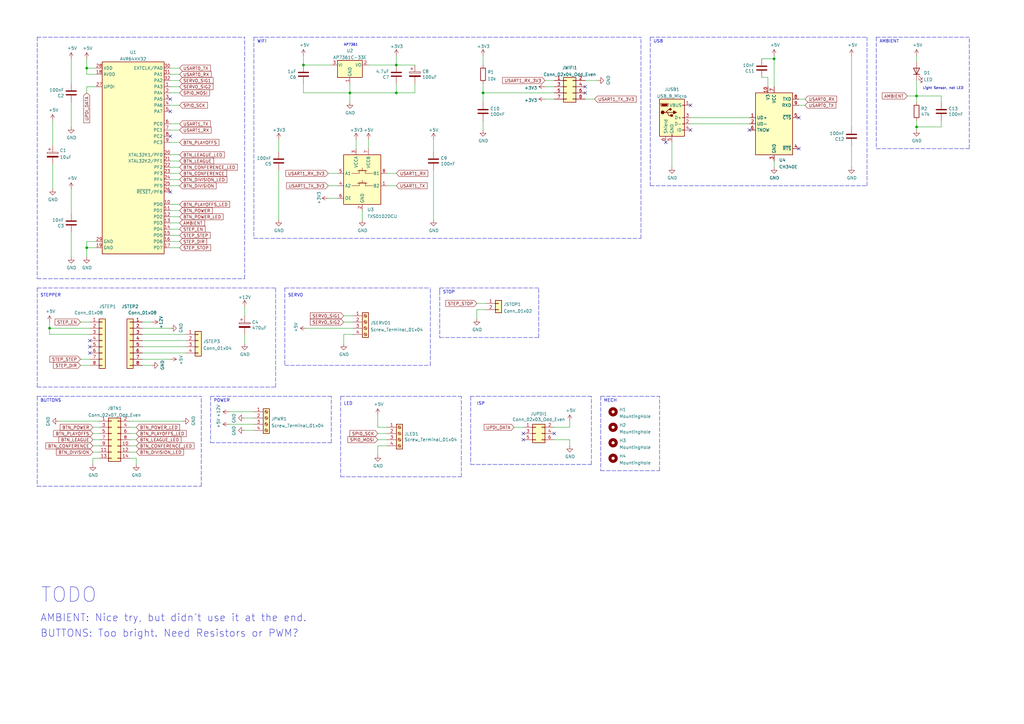
<source format=kicad_sch>
(kicad_sch (version 20211123) (generator eeschema)
  (paper "A3")
  (lib_symbols
    (symbol "Connector:Screw_Terminal_01x04" (pin_names (offset 1.016) hide)
      (property "Reference" "J" (at 0 5.08 0))
      (property "Value" "Screw_Terminal_01x04" (at 0 -7.62 0))
      (symbol "Screw_Terminal_01x04_1_1"
        (pin passive line (at -5.08 2.54 0) (length 3.81) (name "Pin_1") (number "1"))
        (pin passive line (at -5.08 0 0) (length 3.81) (name "Pin_2") (number "2"))
        (pin passive line (at -5.08 -2.54 0) (length 3.81) (name "Pin_3") (number "3"))
        (pin passive line (at -5.08 -5.08 0) (length 3.81) (name "Pin_4") (number "4"))
      )
    )
    (symbol "Connector:USB_B_Micro" (pin_names (offset 1.016))
      (property "Reference" "J" (at -5.08 11.43 0))
      (property "Value" "USB_B_Micro" (at -5.08 8.89 0))
      (symbol "USB_B_Micro_1_1"
        (pin power_out line (at 7.62 5.08 180) (length 2.54) (name "VBUS") (number "1"))
        (pin bidirectional line (at 7.62 -2.54 180) (length 2.54) (name "D-") (number "2"))
        (pin bidirectional line (at 7.62 0 180) (length 2.54) (name "D+") (number "3"))
        (pin passive line (at 7.62 -5.08 180) (length 2.54) (name "ID") (number "4"))
        (pin power_out line (at 0 -10.16 90) (length 2.54) (name "GND") (number "5"))
        (pin passive line (at -2.54 -10.16 90) (length 2.54) (name "Shield") (number "6"))
      )
    )
    (symbol "Connector_Generic:Conn_01x02" (pin_names (offset 1.016) hide)
      (property "Reference" "J" (at 0 2.54 0))
      (property "Value" "Conn_01x02" (at 0 -5.08 0))
      (symbol "Conn_01x02_1_1"
        (pin passive line (at -5.08 0 0) (length 3.81) (name "Pin_1") (number "1"))
        (pin passive line (at -5.08 -2.54 0) (length 3.81) (name "Pin_2") (number "2"))
      )
    )
    (symbol "Connector_Generic:Conn_01x04" (pin_names (offset 1.016) hide)
      (property "Reference" "J" (at 0 5.08 0))
      (property "Value" "Conn_01x04" (at 0 -7.62 0))
      (symbol "Conn_01x04_1_1"
        (pin passive line (at -5.08 2.54 0) (length 3.81) (name "Pin_1") (number "1"))
        (pin passive line (at -5.08 0 0) (length 3.81) (name "Pin_2") (number "2"))
        (pin passive line (at -5.08 -2.54 0) (length 3.81) (name "Pin_3") (number "3"))
        (pin passive line (at -5.08 -5.08 0) (length 3.81) (name "Pin_4") (number "4"))
      )
    )
    (symbol "Connector_Generic:Conn_01x08" (pin_names (offset 1.016) hide)
      (property "Reference" "J" (at 0 10.16 0))
      (property "Value" "Conn_01x08" (at 0 -12.7 0))
      (symbol "Conn_01x08_1_1"
        (pin passive line (at -5.08 7.62 0) (length 3.81) (name "Pin_1") (number "1"))
        (pin passive line (at -5.08 5.08 0) (length 3.81) (name "Pin_2") (number "2"))
        (pin passive line (at -5.08 2.54 0) (length 3.81) (name "Pin_3") (number "3"))
        (pin passive line (at -5.08 0 0) (length 3.81) (name "Pin_4") (number "4"))
        (pin passive line (at -5.08 -2.54 0) (length 3.81) (name "Pin_5") (number "5"))
        (pin passive line (at -5.08 -5.08 0) (length 3.81) (name "Pin_6") (number "6"))
        (pin passive line (at -5.08 -7.62 0) (length 3.81) (name "Pin_7") (number "7"))
        (pin passive line (at -5.08 -10.16 0) (length 3.81) (name "Pin_8") (number "8"))
      )
    )
    (symbol "Connector_Generic:Conn_02x03_Odd_Even" (pin_names (offset 1.016) hide)
      (property "Reference" "J" (at 1.27 5.08 0))
      (property "Value" "Conn_02x03_Odd_Even" (at 1.27 -5.08 0))
      (symbol "Conn_02x03_Odd_Even_1_1"
        (pin passive line (at -5.08 2.54 0) (length 3.81) (name "Pin_1") (number "1"))
        (pin passive line (at 7.62 2.54 180) (length 3.81) (name "Pin_2") (number "2"))
        (pin passive line (at -5.08 0 0) (length 3.81) (name "Pin_3") (number "3"))
        (pin passive line (at 7.62 0 180) (length 3.81) (name "Pin_4") (number "4"))
        (pin passive line (at -5.08 -2.54 0) (length 3.81) (name "Pin_5") (number "5"))
        (pin passive line (at 7.62 -2.54 180) (length 3.81) (name "Pin_6") (number "6"))
      )
    )
    (symbol "Connector_Generic:Conn_02x04_Odd_Even" (pin_names (offset 1.016) hide)
      (property "Reference" "J" (at 1.27 5.08 0))
      (property "Value" "Conn_02x04_Odd_Even" (at 1.27 -7.62 0))
      (symbol "Conn_02x04_Odd_Even_1_1"
        (pin passive line (at -5.08 2.54 0) (length 3.81) (name "Pin_1") (number "1"))
        (pin passive line (at 7.62 2.54 180) (length 3.81) (name "Pin_2") (number "2"))
        (pin passive line (at -5.08 0 0) (length 3.81) (name "Pin_3") (number "3"))
        (pin passive line (at 7.62 0 180) (length 3.81) (name "Pin_4") (number "4"))
        (pin passive line (at -5.08 -2.54 0) (length 3.81) (name "Pin_5") (number "5"))
        (pin passive line (at 7.62 -2.54 180) (length 3.81) (name "Pin_6") (number "6"))
        (pin passive line (at -5.08 -5.08 0) (length 3.81) (name "Pin_7") (number "7"))
        (pin passive line (at 7.62 -5.08 180) (length 3.81) (name "Pin_8") (number "8"))
      )
    )
    (symbol "Connector_Generic:Conn_02x07_Odd_Even" (pin_names (offset 1.016) hide)
      (property "Reference" "J" (at 1.27 10.16 0))
      (property "Value" "Conn_02x07_Odd_Even" (at 1.27 -10.16 0))
      (symbol "Conn_02x07_Odd_Even_1_1"
        (pin passive line (at -5.08 7.62 0) (length 3.81) (name "Pin_1") (number "1"))
        (pin passive line (at 7.62 -2.54 180) (length 3.81) (name "Pin_10") (number "10"))
        (pin passive line (at -5.08 -5.08 0) (length 3.81) (name "Pin_11") (number "11"))
        (pin passive line (at 7.62 -5.08 180) (length 3.81) (name "Pin_12") (number "12"))
        (pin passive line (at -5.08 -7.62 0) (length 3.81) (name "Pin_13") (number "13"))
        (pin passive line (at 7.62 -7.62 180) (length 3.81) (name "Pin_14") (number "14"))
        (pin passive line (at 7.62 7.62 180) (length 3.81) (name "Pin_2") (number "2"))
        (pin passive line (at -5.08 5.08 0) (length 3.81) (name "Pin_3") (number "3"))
        (pin passive line (at 7.62 5.08 180) (length 3.81) (name "Pin_4") (number "4"))
        (pin passive line (at -5.08 2.54 0) (length 3.81) (name "Pin_5") (number "5"))
        (pin passive line (at 7.62 2.54 180) (length 3.81) (name "Pin_6") (number "6"))
        (pin passive line (at -5.08 0 0) (length 3.81) (name "Pin_7") (number "7"))
        (pin passive line (at 7.62 0 180) (length 3.81) (name "Pin_8") (number "8"))
        (pin passive line (at -5.08 -2.54 0) (length 3.81) (name "Pin_9") (number "9"))
      )
    )
    (symbol "Device:C" (pin_numbers hide) (pin_names (offset 0.254))
      (property "Reference" "C" (at 0.635 2.54 0))
      (property "Value" "C" (at 0.635 -2.54 0))
      (symbol "C_1_1"
        (pin passive line (at 0 3.81 270) (length 2.794) (name "~") (number "1"))
        (pin passive line (at 0 -3.81 90) (length 2.794) (name "~") (number "2"))
      )
    )
    (symbol "Device:CP" (pin_numbers hide) (pin_names (offset 0.254))
      (property "Reference" "C" (at 0.635 2.54 0))
      (property "Value" "Device_CP" (at 0.635 -2.54 0))
      (symbol "CP_1_1"
        (pin passive line (at 0 3.81 270) (length 2.794) (name "~") (number "1"))
        (pin passive line (at 0 -3.81 90) (length 2.794) (name "~") (number "2"))
      )
    )
    (symbol "Device:C_Polarized" (pin_numbers hide) (pin_names (offset 0.254))
      (property "Reference" "C" (at 0.635 2.54 0))
      (property "Value" "C_Polarized" (at 0.635 -2.54 0))
      (symbol "C_Polarized_1_1"
        (pin passive line (at 0 3.81 270) (length 2.794) (name "~") (number "1"))
        (pin passive line (at 0 -3.81 90) (length 2.794) (name "~") (number "2"))
      )
    )
    (symbol "Device:LED" (pin_numbers hide) (pin_names (offset 1.016) hide)
      (property "Reference" "D" (at 0 2.54 0))
      (property "Value" "LED" (at 0 -2.54 0))
      (symbol "LED_1_1"
        (pin passive line (at -3.81 0 0) (length 2.54) (name "K") (number "1"))
        (pin passive line (at 3.81 0 180) (length 2.54) (name "A") (number "2"))
      )
    )
    (symbol "Device:R" (pin_numbers hide) (pin_names (offset 0))
      (property "Reference" "R" (at 2.032 0 90))
      (property "Value" "R" (at 0 0 90))
      (symbol "R_1_1"
        (pin passive line (at 0 3.81 270) (length 1.27) (name "~") (number "1"))
        (pin passive line (at 0 -3.81 90) (length 1.27) (name "~") (number "2"))
      )
    )
    (symbol "Interface_USB:CH340E"
      (property "Reference" "U" (at -5.08 13.97 0))
      (property "Value" "CH340E" (at 1.27 13.97 0))
      (symbol "CH340E_1_1"
        (pin bidirectional line (at -10.16 2.54 0) (length 2.54) (name "UD+") (number "1"))
        (pin passive line (at -2.54 15.24 270) (length 2.54) (name "V3") (number "10"))
        (pin bidirectional line (at -10.16 0 0) (length 2.54) (name "UD-") (number "2"))
        (pin power_in line (at 0 -15.24 90) (length 2.54) (name "GND") (number "3"))
        (pin output line (at 10.16 -10.16 180) (length 2.54) (name "~{RTS}") (number "4"))
        (pin input line (at 10.16 2.54 180) (length 2.54) (name "~{CTS}") (number "5"))
        (pin output line (at -10.16 -2.54 0) (length 2.54) (name "TNOW") (number "6"))
        (pin power_in line (at 0 15.24 270) (length 2.54) (name "VCC") (number "7"))
        (pin output line (at 10.16 10.16 180) (length 2.54) (name "TXD") (number "8"))
        (pin input line (at 10.16 7.62 180) (length 2.54) (name "RXD") (number "9"))
      )
    )
    (symbol "Logic_LevelTranslator:TXS0102DCU"
      (property "Reference" "U" (at -6.35 11.43 0))
      (property "Value" "TXS0102DCU" (at 3.81 11.43 0))
      (symbol "TXS0102DCU_1_1"
        (pin bidirectional line (at 10.16 -2.54 180) (length 2.54) (name "B2") (number "1"))
        (pin power_in line (at 0 -12.7 90) (length 2.54) (name "GND") (number "2"))
        (pin power_in line (at -2.54 12.7 270) (length 2.54) (name "VCCA") (number "3"))
        (pin bidirectional line (at -10.16 -2.54 0) (length 2.54) (name "A2") (number "4"))
        (pin bidirectional line (at -10.16 2.54 0) (length 2.54) (name "A1") (number "5"))
        (pin input line (at -10.16 -7.62 0) (length 2.54) (name "OE") (number "6"))
        (pin power_in line (at 2.54 12.7 270) (length 2.54) (name "VCCB") (number "7"))
        (pin bidirectional line (at 10.16 2.54 180) (length 2.54) (name "B1") (number "8"))
      )
    )
    (symbol "Mechanical:MountingHole" (pin_names (offset 1.016))
      (property "Reference" "H" (at 0 5.08 0))
      (property "Value" "MountingHole" (at 0 3.175 0))
    )
    (symbol "Regulator_Linear:AMS1117-3.3" (pin_names (offset 0.254))
      (property "Reference" "U" (at -3.81 3.175 0))
      (property "Value" "AMS1117-3.3" (at 0 3.175 0))
      (symbol "AMS1117-3.3_1_1"
        (pin power_in line (at 0 -7.62 90) (length 2.54) (name "GND") (number "1"))
        (pin power_out line (at 7.62 0 180) (length 2.54) (name "VO") (number "2"))
        (pin power_in line (at -7.62 0 0) (length 2.54) (name "VI") (number "3"))
      )
    )
    (symbol "kiu:AVR64XX32"
      (property "Reference" "U" (at -12.7 -19.05 0))
      (property "Value" "AVR64XX32" (at 7.62 -19.05 0))
      (symbol "AVR64XX32_1_1"
        (pin bidirectional line (at 15.24 -30.48 180) (length 2.54) (name "PA3") (number "1"))
        (pin bidirectional line (at 15.24 -78.74 180) (length 2.54) (name "PD0") (number "10"))
        (pin bidirectional line (at 15.24 -81.28 180) (length 2.54) (name "PD1") (number "11"))
        (pin bidirectional line (at 15.24 -83.82 180) (length 2.54) (name "PD2") (number "12"))
        (pin bidirectional line (at 15.24 -86.36 180) (length 2.54) (name "PD3") (number "13"))
        (pin bidirectional line (at 15.24 -88.9 180) (length 2.54) (name "PD4") (number "14"))
        (pin bidirectional line (at 15.24 -91.44 180) (length 2.54) (name "PD5") (number "15"))
        (pin bidirectional line (at 15.24 -93.98 180) (length 2.54) (name "PD6") (number "16"))
        (pin bidirectional line (at 15.24 -96.52 180) (length 2.54) (name "PD7") (number "17"))
        (pin power_in line (at -15.24 -25.4 0) (length 2.54) (name "AVDD") (number "18"))
        (pin power_in line (at -15.24 -96.52 0) (length 2.54) (name "GND") (number "19"))
        (pin bidirectional line (at 15.24 -33.02 180) (length 2.54) (name "PA4") (number "2"))
        (pin bidirectional line (at 15.24 -58.42 180) (length 2.54) (name "XTAL32K1/PF0") (number "20"))
        (pin bidirectional line (at 15.24 -60.96 180) (length 2.54) (name "XTAL32K2/PF1") (number "21"))
        (pin bidirectional line (at 15.24 -63.5 180) (length 2.54) (name "PF2") (number "22"))
        (pin bidirectional line (at 15.24 -66.04 180) (length 2.54) (name "PF3") (number "23"))
        (pin bidirectional line (at 15.24 -68.58 180) (length 2.54) (name "PF4") (number "24"))
        (pin bidirectional line (at 15.24 -71.12 180) (length 2.54) (name "PF5") (number "25"))
        (pin input line (at 15.24 -73.66 180) (length 2.54) (name "~{RESET}/PF6") (number "26"))
        (pin bidirectional line (at -15.24 -30.48 0) (length 2.54) (name "UPDI") (number "27"))
        (pin power_in line (at -15.24 -22.86 0) (length 2.54) (name "VDD") (number "28"))
        (pin power_in line (at -15.24 -93.98 0) (length 2.54) (name "GND") (number "29"))
        (pin bidirectional line (at 15.24 -35.56 180) (length 2.54) (name "PA5") (number "3"))
        (pin bidirectional line (at 15.24 -22.86 180) (length 2.54) (name "EXTCLK/PA0") (number "30"))
        (pin bidirectional line (at 15.24 -25.4 180) (length 2.54) (name "PA1") (number "31"))
        (pin bidirectional line (at 15.24 -27.94 180) (length 2.54) (name "PA2") (number "32"))
        (pin bidirectional line (at 15.24 -38.1 180) (length 2.54) (name "PA6") (number "4"))
        (pin bidirectional line (at 15.24 -40.64 180) (length 2.54) (name "PA7") (number "5"))
        (pin bidirectional line (at 15.24 -45.72 180) (length 2.54) (name "PC0") (number "6"))
        (pin bidirectional line (at 15.24 -48.26 180) (length 2.54) (name "PC1") (number "7"))
        (pin bidirectional line (at 15.24 -50.8 180) (length 2.54) (name "PC2") (number "8"))
        (pin bidirectional line (at 15.24 -53.34 180) (length 2.54) (name "PC3") (number "9"))
      )
    )
    (symbol "power:+12V" (power) (pin_names (offset 0))
      (property "Value" "+12V" (at 0 3.556 0))
      (symbol "+12V_1_1"
        (pin power_in line (at 0 0 90) (length 0) hide (name "+12V") (number "1"))
      )
    )
    (symbol "power:+3V3" (power) (pin_names (offset 0))
      (property "Value" "+3V3" (at 0 3.556 0))
      (symbol "+3V3_1_1"
        (pin power_in line (at 0 0 90) (length 0) hide (name "+3V3") (number "1"))
      )
    )
    (symbol "power:+5V" (power) (pin_names (offset 0))
      (property "Value" "+5V" (at 0 3.556 0))
      (symbol "+5V_1_1"
        (pin power_in line (at 0 0 90) (length 0) hide (name "+5V") (number "1"))
      )
    )
    (symbol "power:GND" (power) (pin_names (offset 0))
      (property "Value" "GND" (at 0 -3.81 0))
      (symbol "GND_1_1"
        (pin power_in line (at 0 0 270) (length 0) hide (name "GND") (number "1"))
      )
    )
  )
  (junction (at 162.56 38.1))
  (junction (at 162.56 26.67))
  (junction (at 375.92 52.07))
  (junction (at 198.12 38.1))
  (junction (at 20.32 134.62))
  (junction (at 35.56 101.6))
  (junction (at 375.92 39.37))
  (junction (at 124.46 26.67))
  (junction (at 143.51 38.1))
  (junction (at 317.5 24.13))
  (junction (at 35.56 27.94))
  (no_connect (at 69.85 45.72))
  (no_connect (at 69.85 40.64))
  (no_connect (at 273.05 58.42))
  (no_connect (at 69.85 55.88))
  (no_connect (at 240.03 38.1))
  (no_connect (at 240.03 35.56))
  (no_connect (at 327.66 60.96))
  (no_connect (at 227.33 177.8))
  (no_connect (at 327.66 48.26))
  (no_connect (at 69.85 78.74))
  (no_connect (at 307.34 53.34))
  (no_connect (at 283.21 53.34))
  (no_connect (at 214.63 180.34))
  (no_connect (at 283.21 43.18))
  (no_connect (at 36.83 139.7))
  (no_connect (at 214.63 177.8))
  (no_connect (at 36.83 142.24))
  (no_connect (at 36.83 144.78))
  (wire (pts (xy 158.75 177.8) (xy 154.94 177.8)))
  (polyline (pts (xy 104.14 15.24) (xy 104.14 97.79)))
  (wire (pts (xy 198.12 38.1) (xy 198.12 41.91)))
  (wire (pts (xy 124.46 34.29) (xy 124.46 38.1)))
  (polyline (pts (xy 104.14 97.79) (xy 262.89 97.79)))
  (wire (pts (xy 53.34 187.96) (xy 55.88 187.96)))
  (wire (pts (xy 69.85 66.04) (xy 73.66 66.04)))
  (wire (pts (xy 33.02 147.32) (xy 36.83 147.32)))
  (polyline (pts (xy 193.04 162.56) (xy 193.04 190.5)))
  (polyline (pts (xy 359.41 60.96) (xy 397.51 60.96)))
  (wire (pts (xy 144.78 137.16) (xy 140.97 137.16)))
  (wire (pts (xy 69.85 83.82) (xy 73.66 83.82)))
  (wire (pts (xy 275.59 58.42) (xy 275.59 68.58)))
  (wire (pts (xy 35.56 105.41) (xy 35.56 101.6)))
  (polyline (pts (xy 220.98 118.11) (xy 180.34 118.11)))
  (wire (pts (xy 158.75 180.34) (xy 154.94 180.34)))
  (polyline (pts (xy 15.24 118.11) (xy 113.03 118.11)))
  (wire (pts (xy 69.85 86.36) (xy 73.66 86.36)))
  (wire (pts (xy 195.58 130.81) (xy 195.58 127)))
  (wire (pts (xy 170.18 38.1) (xy 162.56 38.1)))
  (wire (pts (xy 33.02 149.86) (xy 36.83 149.86)))
  (wire (pts (xy 53.34 185.42) (xy 55.88 185.42)))
  (wire (pts (xy 69.85 63.5) (xy 73.66 63.5)))
  (wire (pts (xy 38.1 185.42) (xy 40.64 185.42)))
  (wire (pts (xy 21.59 49.53) (xy 21.59 59.69)))
  (wire (pts (xy 20.32 137.16) (xy 36.83 137.16)))
  (wire (pts (xy 69.85 38.1) (xy 73.66 38.1)))
  (wire (pts (xy 134.62 76.2) (xy 138.43 76.2)))
  (wire (pts (xy 375.92 33.02) (xy 375.92 39.37)))
  (wire (pts (xy 35.56 38.1) (xy 35.56 35.56)))
  (wire (pts (xy 134.62 81.28) (xy 138.43 81.28)))
  (wire (pts (xy 214.63 175.26) (xy 210.82 175.26)))
  (wire (pts (xy 100.33 176.53) (xy 104.14 176.53)))
  (wire (pts (xy 349.25 22.86) (xy 349.25 52.07)))
  (wire (pts (xy 21.59 67.31) (xy 21.59 77.47)))
  (wire (pts (xy 312.42 24.13) (xy 317.5 24.13)))
  (wire (pts (xy 69.85 30.48) (xy 73.66 30.48)))
  (wire (pts (xy 53.34 175.26) (xy 55.88 175.26)))
  (polyline (pts (xy 113.03 158.75) (xy 113.03 118.11)))
  (wire (pts (xy 35.56 27.94) (xy 39.37 27.94)))
  (wire (pts (xy 143.51 38.1) (xy 143.51 41.91)))
  (wire (pts (xy 154.94 182.88) (xy 154.94 186.69)))
  (polyline (pts (xy 246.38 193.04) (xy 270.51 193.04)))
  (wire (pts (xy 158.75 76.2) (xy 162.56 76.2)))
  (wire (pts (xy 29.21 41.91) (xy 29.21 52.07)))
  (polyline (pts (xy 86.36 162.56) (xy 86.36 181.61)))
  (wire (pts (xy 38.1 187.96) (xy 38.1 190.5)))
  (polyline (pts (xy 15.24 162.56) (xy 82.55 162.56)))
  (wire (pts (xy 53.34 180.34) (xy 55.88 180.34)))
  (wire (pts (xy 20.32 134.62) (xy 20.32 132.08)))
  (wire (pts (xy 146.05 57.15) (xy 146.05 60.96)))
  (wire (pts (xy 151.13 57.15) (xy 151.13 60.96)))
  (polyline (pts (xy 116.84 149.86) (xy 176.53 149.86)))
  (wire (pts (xy 69.85 43.18) (xy 73.66 43.18)))
  (wire (pts (xy 283.21 48.26) (xy 307.34 48.26)))
  (wire (pts (xy 38.1 187.96) (xy 40.64 187.96)))
  (polyline (pts (xy 266.7 15.24) (xy 266.7 76.2)))
  (wire (pts (xy 124.46 26.67) (xy 135.89 26.67)))
  (wire (pts (xy 327.66 43.18) (xy 330.2 43.18)))
  (polyline (pts (xy 220.98 138.43) (xy 220.98 118.11)))
  (wire (pts (xy 69.85 88.9) (xy 73.66 88.9)))
  (wire (pts (xy 35.56 30.48) (xy 39.37 30.48)))
  (wire (pts (xy 162.56 22.86) (xy 162.56 26.67)))
  (wire (pts (xy 53.34 172.72) (xy 74.93 172.72)))
  (wire (pts (xy 33.02 132.08) (xy 36.83 132.08)))
  (wire (pts (xy 24.13 172.72) (xy 40.64 172.72)))
  (polyline (pts (xy 193.04 162.56) (xy 193.04 162.56)))
  (wire (pts (xy 327.66 40.64) (xy 330.2 40.64)))
  (wire (pts (xy 53.34 177.8) (xy 55.88 177.8)))
  (polyline (pts (xy 262.89 97.79) (xy 262.89 15.24)))
  (polyline (pts (xy 242.57 162.56) (xy 193.04 162.56)))
  (polyline (pts (xy 15.24 15.24) (xy 100.33 15.24)))
  (wire (pts (xy 100.33 129.54) (xy 100.33 125.73)))
  (wire (pts (xy 38.1 177.8) (xy 40.64 177.8)))
  (wire (pts (xy 35.56 99.06) (xy 35.56 101.6)))
  (wire (pts (xy 195.58 127) (xy 199.39 127)))
  (wire (pts (xy 240.03 33.02) (xy 245.11 33.02)))
  (wire (pts (xy 233.68 175.26) (xy 233.68 172.72)))
  (wire (pts (xy 158.75 175.26) (xy 154.94 175.26)))
  (wire (pts (xy 223.52 33.02) (xy 227.33 33.02)))
  (wire (pts (xy 140.97 129.54) (xy 144.78 129.54)))
  (wire (pts (xy 29.21 77.47) (xy 29.21 87.63)))
  (wire (pts (xy 20.32 134.62) (xy 36.83 134.62)))
  (wire (pts (xy 100.33 171.45) (xy 104.14 171.45)))
  (polyline (pts (xy 189.23 195.58) (xy 189.23 162.56)))
  (wire (pts (xy 69.85 76.2) (xy 73.66 76.2)))
  (wire (pts (xy 317.5 24.13) (xy 317.5 35.56)))
  (wire (pts (xy 375.92 52.07) (xy 386.08 52.07)))
  (polyline (pts (xy 82.55 199.39) (xy 82.55 162.56)))
  (wire (pts (xy 134.62 71.12) (xy 138.43 71.12)))
  (wire (pts (xy 158.75 71.12) (xy 162.56 71.12)))
  (wire (pts (xy 69.85 91.44) (xy 73.66 91.44)))
  (wire (pts (xy 143.51 38.1) (xy 162.56 38.1)))
  (wire (pts (xy 317.5 22.86) (xy 317.5 24.13)))
  (wire (pts (xy 69.85 58.42) (xy 73.66 58.42)))
  (wire (pts (xy 69.85 33.02) (xy 73.66 33.02)))
  (polyline (pts (xy 176.53 149.86) (xy 176.53 118.11)))
  (wire (pts (xy 35.56 101.6) (xy 39.37 101.6)))
  (wire (pts (xy 198.12 49.53) (xy 198.12 53.34)))
  (wire (pts (xy 154.94 170.18) (xy 154.94 175.26)))
  (wire (pts (xy 58.42 147.32) (xy 69.85 147.32)))
  (polyline (pts (xy 15.24 199.39) (xy 82.55 199.39)))
  (polyline (pts (xy 266.7 76.2) (xy 355.6 76.2)))
  (wire (pts (xy 69.85 68.58) (xy 73.66 68.58)))
  (wire (pts (xy 386.08 52.07) (xy 386.08 49.53)))
  (wire (pts (xy 227.33 175.26) (xy 233.68 175.26)))
  (wire (pts (xy 198.12 38.1) (xy 227.33 38.1)))
  (wire (pts (xy 93.98 173.99) (xy 104.14 173.99)))
  (wire (pts (xy 170.18 34.29) (xy 170.18 38.1)))
  (wire (pts (xy 69.85 53.34) (xy 73.66 53.34)))
  (wire (pts (xy 177.8 69.85) (xy 177.8 90.17)))
  (wire (pts (xy 177.8 57.15) (xy 177.8 62.23)))
  (polyline (pts (xy 15.24 118.11) (xy 15.24 158.75)))
  (wire (pts (xy 38.1 180.34) (xy 40.64 180.34)))
  (wire (pts (xy 125.73 134.62) (xy 144.78 134.62)))
  (wire (pts (xy 375.92 52.07) (xy 375.92 49.53)))
  (wire (pts (xy 158.75 182.88) (xy 154.94 182.88)))
  (wire (pts (xy 375.92 41.91) (xy 375.92 39.37)))
  (wire (pts (xy 151.13 26.67) (xy 162.56 26.67)))
  (wire (pts (xy 375.92 22.86) (xy 375.92 25.4)))
  (wire (pts (xy 386.08 41.91) (xy 386.08 39.37)))
  (wire (pts (xy 93.98 168.91) (xy 104.14 168.91)))
  (wire (pts (xy 53.34 182.88) (xy 55.88 182.88)))
  (polyline (pts (xy 86.36 162.56) (xy 135.89 162.56)))
  (polyline (pts (xy 139.7 195.58) (xy 189.23 195.58)))
  (polyline (pts (xy 15.24 15.24) (xy 15.24 114.3)))
  (wire (pts (xy 58.42 149.86) (xy 62.23 149.86)))
  (wire (pts (xy 198.12 22.86) (xy 198.12 26.67)))
  (wire (pts (xy 100.33 140.97) (xy 100.33 137.16)))
  (wire (pts (xy 20.32 137.16) (xy 20.32 134.62)))
  (wire (pts (xy 140.97 132.08) (xy 144.78 132.08)))
  (wire (pts (xy 386.08 39.37) (xy 375.92 39.37)))
  (polyline (pts (xy 180.34 118.11) (xy 180.34 119.38)))
  (polyline (pts (xy 104.14 15.24) (xy 262.89 15.24)))
  (polyline (pts (xy 15.24 114.3) (xy 100.33 114.3)))
  (polyline (pts (xy 135.89 181.61) (xy 135.89 162.56)))
  (wire (pts (xy 69.85 35.56) (xy 73.66 35.56)))
  (wire (pts (xy 35.56 24.13) (xy 35.56 27.94)))
  (wire (pts (xy 69.85 50.8) (xy 73.66 50.8)))
  (wire (pts (xy 375.92 39.37) (xy 372.11 39.37)))
  (polyline (pts (xy 116.84 118.11) (xy 176.53 118.11)))
  (wire (pts (xy 233.68 180.34) (xy 233.68 182.88)))
  (wire (pts (xy 69.85 93.98) (xy 73.66 93.98)))
  (wire (pts (xy 317.5 66.04) (xy 317.5 68.58)))
  (polyline (pts (xy 359.41 15.24) (xy 359.41 60.96)))
  (wire (pts (xy 198.12 38.1) (xy 198.12 34.29)))
  (wire (pts (xy 375.92 53.34) (xy 375.92 52.07)))
  (wire (pts (xy 69.85 73.66) (xy 73.66 73.66)))
  (polyline (pts (xy 180.34 119.38) (xy 180.34 138.43)))
  (wire (pts (xy 29.21 95.25) (xy 29.21 105.41)))
  (wire (pts (xy 148.59 86.36) (xy 148.59 90.17)))
  (polyline (pts (xy 86.36 181.61) (xy 135.89 181.61)))
  (wire (pts (xy 195.58 124.46) (xy 199.39 124.46)))
  (wire (pts (xy 69.85 71.12) (xy 73.66 71.12)))
  (polyline (pts (xy 100.33 114.3) (xy 100.33 15.24)))
  (wire (pts (xy 223.52 35.56) (xy 227.33 35.56)))
  (wire (pts (xy 227.33 180.34) (xy 233.68 180.34)))
  (wire (pts (xy 58.42 137.16) (xy 76.2 137.16)))
  (polyline (pts (xy 139.7 162.56) (xy 189.23 162.56)))
  (wire (pts (xy 35.56 35.56) (xy 39.37 35.56)))
  (polyline (pts (xy 193.04 190.5) (xy 242.57 190.5)))
  (wire (pts (xy 162.56 26.67) (xy 170.18 26.67)))
  (polyline (pts (xy 15.24 158.75) (xy 113.03 158.75)))
  (wire (pts (xy 38.1 182.88) (xy 40.64 182.88)))
  (wire (pts (xy 223.52 40.64) (xy 227.33 40.64)))
  (wire (pts (xy 35.56 27.94) (xy 35.56 30.48)))
  (polyline (pts (xy 139.7 162.56) (xy 139.7 195.58)))
  (polyline (pts (xy 180.34 138.43) (xy 220.98 138.43)))
  (polyline (pts (xy 397.51 60.96) (xy 397.51 15.24)))
  (wire (pts (xy 143.51 34.29) (xy 143.51 38.1)))
  (wire (pts (xy 39.37 99.06) (xy 35.56 99.06)))
  (wire (pts (xy 58.42 144.78) (xy 76.2 144.78)))
  (wire (pts (xy 140.97 137.16) (xy 140.97 140.97)))
  (wire (pts (xy 114.3 57.15) (xy 114.3 62.23)))
  (wire (pts (xy 314.96 31.75) (xy 312.42 31.75)))
  (polyline (pts (xy 266.7 15.24) (xy 355.6 15.24)))
  (wire (pts (xy 62.23 132.08) (xy 58.42 132.08)))
  (polyline (pts (xy 246.38 162.56) (xy 270.51 162.56)))
  (polyline (pts (xy 270.51 193.04) (xy 270.51 162.56)))
  (wire (pts (xy 58.42 134.62) (xy 69.85 134.62)))
  (wire (pts (xy 162.56 38.1) (xy 162.56 34.29)))
  (polyline (pts (xy 359.41 15.24) (xy 397.51 15.24)))
  (wire (pts (xy 58.42 139.7) (xy 76.2 139.7)))
  (wire (pts (xy 69.85 96.52) (xy 73.66 96.52)))
  (wire (pts (xy 314.96 31.75) (xy 314.96 35.56)))
  (wire (pts (xy 124.46 22.86) (xy 124.46 26.67)))
  (wire (pts (xy 69.85 27.94) (xy 73.66 27.94)))
  (wire (pts (xy 240.03 40.64) (xy 243.84 40.64)))
  (polyline (pts (xy 242.57 190.5) (xy 242.57 162.56)))
  (wire (pts (xy 58.42 142.24) (xy 76.2 142.24)))
  (wire (pts (xy 69.85 101.6) (xy 73.66 101.6)))
  (polyline (pts (xy 246.38 162.56) (xy 246.38 193.04)))
  (polyline (pts (xy 15.24 162.56) (xy 15.24 199.39)))
  (polyline (pts (xy 355.6 76.2) (xy 355.6 15.24)))
  (wire (pts (xy 283.21 50.8) (xy 307.34 50.8)))
  (wire (pts (xy 29.21 24.13) (xy 29.21 34.29)))
  (wire (pts (xy 124.46 38.1) (xy 143.51 38.1)))
  (wire (pts (xy 55.88 187.96) (xy 55.88 190.5)))
  (polyline (pts (xy 116.84 118.11) (xy 116.84 149.86)))
  (wire (pts (xy 38.1 175.26) (xy 40.64 175.26)))
  (wire (pts (xy 69.85 99.06) (xy 73.66 99.06)))
  (wire (pts (xy 114.3 69.85) (xy 114.3 90.17)))
  (wire (pts (xy 349.25 59.69) (xy 349.25 68.58)))
  (text "TODO" (at 16.51 247.65 0) (effects (font (size 6 6)) (justify left bottom)))
  (text "USB" (at 267.97 17.78 0) (effects (font (size 1.27 1.27)) (justify left bottom)))
  (text "AMBIENT" (at 360.68 17.78 0) (effects (font (size 1.27 1.27)) (justify left bottom)))
  (text "LED" (at 140.97 166.37 0) (effects (font (size 1.27 1.27)) (justify left bottom)))
  (text "BUTTONS" (at 16.51 165.1 0) (effects (font (size 1.27 1.27)) (justify left bottom)))
  (text "STOP" (at 181.61 120.65 0) (effects (font (size 1.27 1.27)) (justify left bottom)))
  (text "WIFI" (at 105.41 17.78 0) (effects (font (size 1.27 1.27)) (justify left bottom)))
  (text "POWER" (at 87.63 165.1 0) (effects (font (size 1.27 1.27)) (justify left bottom)))
  (text "MECH" (at 247.65 165.1 0) (effects (font (size 1.27 1.27)) (justify left bottom)))
  (text "ISP" (at 195.58 166.37 0) (effects (font (size 1.27 1.27)) (justify left bottom)))
  (text "AP7361" (at 140.97 19.05 0) (effects (font (size 1 1)) (justify left bottom)))
  (text "STEPPER" (at 16.51 121.92 0) (effects (font (size 1.27 1.27)) (justify left bottom)))
  (text "AMBIENT: Nice try, but didn't use it at the end." (at 16.51 255.27 0) (effects (font (size 3 3)) (justify left bottom)))
  (text "SERVO" (at 118.11 121.92 0) (effects (font (size 1.27 1.27)) (justify left bottom)))
  (text "Light Sensor, not LED" (at 378.46 36.83 0) (effects (font (size 1 1)) (justify left bottom)))
  (text "BUTTONS: Too bright. Need Resistors or PWM?" (at 16.51 261.62 0) (effects (font (size 3 3)) (justify left bottom)))
  (global_label "BTN_DIVISION_LED" (shape input) (at 55.88 185.42 0) (property "Intersheet References" "${INTERSHEET_REFS}" (effects hide)))
  (global_label "BTN_PLAYOFFS" (shape input) (at 73.66 58.42 0) (property "Intersheet References" "${INTERSHEET_REFS}" (effects hide)))
  (global_label "BTN_DIVISION" (shape input) (at 38.1 185.42 180) (property "Intersheet References" "${INTERSHEET_REFS}" (effects hide)))
  (global_label "USART0_RX" (shape input) (at 330.2 40.64 0) (property "Intersheet References" "${INTERSHEET_REFS}" (effects hide)))
  (global_label "STEP_EN" (shape input) (at 73.66 93.98 0) (property "Intersheet References" "${INTERSHEET_REFS}" (effects hide)))
  (global_label "BTN_DIVISION" (shape input) (at 73.66 76.2 0) (property "Intersheet References" "${INTERSHEET_REFS}" (effects hide)))
  (global_label "BTN_PLAYOFFS_LED" (shape input) (at 55.88 177.8 0) (property "Intersheet References" "${INTERSHEET_REFS}" (effects hide)))
  (global_label "USART1_TX" (shape input) (at 73.66 50.8 0) (property "Intersheet References" "${INTERSHEET_REFS}" (effects hide)))
  (global_label "USART1_RX_3V3" (shape input) (at 223.52 33.02 180) (property "Intersheet References" "${INTERSHEET_REFS}" (effects hide)))
  (global_label "USART0_RX" (shape input) (at 73.66 30.48 0) (property "Intersheet References" "${INTERSHEET_REFS}" (effects hide)))
  (global_label "BTN_POWER" (shape input) (at 38.1 175.26 180) (property "Intersheet References" "${INTERSHEET_REFS}" (effects hide)))
  (global_label "SERVO_SIG2" (shape input) (at 73.66 35.56 0) (property "Intersheet References" "${INTERSHEET_REFS}" (effects hide)))
  (global_label "BTN_CONFERENCE" (shape input) (at 38.1 182.88 180) (property "Intersheet References" "${INTERSHEET_REFS}" (effects hide)))
  (global_label "BTN_PLAYOFFS_LED" (shape input) (at 73.66 83.82 0) (property "Intersheet References" "${INTERSHEET_REFS}" (effects hide)))
  (global_label "BTN_CONFERENCE_LED" (shape input) (at 73.66 68.58 0) (property "Intersheet References" "${INTERSHEET_REFS}" (effects hide)))
  (global_label "BTN_CONFERENCE" (shape input) (at 73.66 71.12 0) (property "Intersheet References" "${INTERSHEET_REFS}" (effects hide)))
  (global_label "BTN_DIVISION_LED" (shape input) (at 73.66 73.66 0) (property "Intersheet References" "${INTERSHEET_REFS}" (effects hide)))
  (global_label "STEP_STOP" (shape input) (at 195.58 124.46 180) (property "Intersheet References" "${INTERSHEET_REFS}" (effects hide)))
  (global_label "USART1_RX_3V3" (shape input) (at 134.62 71.12 180) (property "Intersheet References" "${INTERSHEET_REFS}" (effects hide)))
  (global_label "UPDI_DATA" (shape input) (at 35.56 38.1 270) (property "Intersheet References" "${INTERSHEET_REFS}" (effects hide)))
  (global_label "STEP_DIR" (shape input) (at 73.66 99.06 0) (property "Intersheet References" "${INTERSHEET_REFS}" (effects hide)))
  (global_label "BTN_LEAGUE" (shape input) (at 73.66 66.04 0) (property "Intersheet References" "${INTERSHEET_REFS}" (effects hide)))
  (global_label "BTN_POWER_LED" (shape input) (at 73.66 88.9 0) (property "Intersheet References" "${INTERSHEET_REFS}" (effects hide)))
  (global_label "SPI0_SCK" (shape input) (at 73.66 43.18 0) (property "Intersheet References" "${INTERSHEET_REFS}" (effects hide)))
  (global_label "BTN_POWER" (shape input) (at 73.66 86.36 0) (property "Intersheet References" "${INTERSHEET_REFS}" (effects hide)))
  (global_label "SPI0_SCK" (shape input) (at 154.94 177.8 180) (property "Intersheet References" "${INTERSHEET_REFS}" (effects hide)))
  (global_label "BTN_LEAGUE_LED" (shape input) (at 73.66 63.5 0) (property "Intersheet References" "${INTERSHEET_REFS}" (effects hide)))
  (global_label "USART0_TX" (shape input) (at 330.2 43.18 0) (property "Intersheet References" "${INTERSHEET_REFS}" (effects hide)))
  (global_label "STEP_DIR" (shape input) (at 33.02 149.86 180) (property "Intersheet References" "${INTERSHEET_REFS}" (effects hide)))
  (global_label "USART1_TX_3V3" (shape input) (at 243.84 40.64 0) (property "Intersheet References" "${INTERSHEET_REFS}" (effects hide)))
  (global_label "AMBIENT" (shape input) (at 372.11 39.37 180) (property "Intersheet References" "${INTERSHEET_REFS}" (effects hide)))
  (global_label "STEP_EN" (shape input) (at 33.02 132.08 180) (property "Intersheet References" "${INTERSHEET_REFS}" (effects hide)))
  (global_label "BTN_LEAGUE_LED" (shape input) (at 55.88 180.34 0) (property "Intersheet References" "${INTERSHEET_REFS}" (effects hide)))
  (global_label "AMBIENT" (shape input) (at 73.66 91.44 0) (property "Intersheet References" "${INTERSHEET_REFS}" (effects hide)))
  (global_label "USART1_RX" (shape input) (at 162.56 71.12 0) (property "Intersheet References" "${INTERSHEET_REFS}" (effects hide)))
  (global_label "BTN_CONFERENCE_LED" (shape input) (at 55.88 182.88 0) (property "Intersheet References" "${INTERSHEET_REFS}" (effects hide)))
  (global_label "SPI0_MOSI" (shape input) (at 73.66 38.1 0) (property "Intersheet References" "${INTERSHEET_REFS}" (effects hide)))
  (global_label "UPDI_DATA" (shape input) (at 210.82 175.26 180) (property "Intersheet References" "${INTERSHEET_REFS}" (effects hide)))
  (global_label "USART0_TX" (shape input) (at 73.66 27.94 0) (property "Intersheet References" "${INTERSHEET_REFS}" (effects hide)))
  (global_label "USART1_RX" (shape input) (at 73.66 53.34 0) (property "Intersheet References" "${INTERSHEET_REFS}" (effects hide)))
  (global_label "SPI0_MOSI" (shape input) (at 154.94 180.34 180) (property "Intersheet References" "${INTERSHEET_REFS}" (effects hide)))
  (global_label "STEP_STEP" (shape input) (at 33.02 147.32 180) (property "Intersheet References" "${INTERSHEET_REFS}" (effects hide)))
  (global_label "STEP_STEP" (shape input) (at 73.66 96.52 0) (property "Intersheet References" "${INTERSHEET_REFS}" (effects hide)))
  (global_label "SERVO_SIG1" (shape input) (at 140.97 129.54 180) (property "Intersheet References" "${INTERSHEET_REFS}" (effects hide)))
  (global_label "BTN_PLAYOFFS" (shape input) (at 38.1 177.8 180) (property "Intersheet References" "${INTERSHEET_REFS}" (effects hide)))
  (global_label "USART1_TX" (shape input) (at 162.56 76.2 0) (property "Intersheet References" "${INTERSHEET_REFS}" (effects hide)))
  (global_label "SERVO_SIG1" (shape input) (at 73.66 33.02 0) (property "Intersheet References" "${INTERSHEET_REFS}" (effects hide)))
  (global_label "STEP_STOP" (shape input) (at 73.66 101.6 0) (property "Intersheet References" "${INTERSHEET_REFS}" (effects hide)))
  (global_label "BTN_LEAGUE" (shape input) (at 38.1 180.34 180) (property "Intersheet References" "${INTERSHEET_REFS}" (effects hide)))
  (global_label "USART1_TX_3V3" (shape input) (at 134.62 76.2 180) (property "Intersheet References" "${INTERSHEET_REFS}" (effects hide)))
  (global_label "SERVO_SIG2" (shape input) (at 140.97 132.08 180) (property "Intersheet References" "${INTERSHEET_REFS}" (effects hide)))
  (global_label "BTN_POWER_LED" (shape input) (at 55.88 175.26 0) (property "Intersheet References" "${INTERSHEET_REFS}" (effects hide)))
  (symbol (lib_id "Connector:Screw_Terminal_01x04") (at 163.83 177.8 0) (unit 1)
    (property "Reference" "JLED1" (at 165.862 178.0032 0) (effects (justify left)))
    (property "Value" "Screw_Terminal_01x04" (at 165.862 180.3146 0) (effects (justify left)))
    (property "Footprint" "TerminalBlock_RND:TerminalBlock_RND_205-00047_1x04_P5.00mm_Horizontal" (effects hide))
  )
  (symbol (lib_id "power:GND") (at 154.94 186.69 0) (unit 1)
    (property "Reference" "#PWR035" (effects hide))
    (property "Value" "GND" (at 155.067 191.0842 0))
  )
  (symbol (lib_id "Device:CP") (at 100.33 133.35 0) (unit 1)
    (property "Reference" "C4" (at 103.3272 132.1816 0) (effects (justify left)))
    (property "Value" "470uF" (at 103.3272 134.493 0) (effects (justify left)))
    (property "Footprint" "Capacitor_SMD:CP_Elec_8x10" (effects hide))
  )
  (symbol (lib_id "Connector_Generic:Conn_01x08") (at 41.91 139.7 0) (unit 1)
    (property "Reference" "JSTEP1" (at 40.64 125.73 0) (effects (justify left)))
    (property "Value" "Conn_01x08" (at 30.48 128.27 0) (effects (justify left)))
    (property "Footprint" "Connector_PinSocket_2.54mm:PinSocket_1x08_P2.54mm_Vertical" (effects hide))
  )
  (symbol (lib_id "Connector_Generic:Conn_01x08") (at 53.34 139.7 0) (mirror y) (unit 1)
    (property "Reference" "JSTEP2" (at 53.34 125.73 0))
    (property "Value" "Conn_01x08" (at 58.42 128.27 0))
    (property "Footprint" "Connector_PinSocket_2.54mm:PinSocket_1x08_P2.54mm_Vertical" (effects hide))
  )
  (symbol (lib_id "power:+12V") (at 100.33 125.73 0) (unit 1)
    (property "Reference" "#PWR020" (effects hide))
    (property "Value" "+12V" (at 100.33 121.92 0))
  )
  (symbol (lib_id "power:GND") (at 100.33 140.97 0) (unit 1)
    (property "Reference" "#PWR021" (effects hide))
    (property "Value" "GND" (at 100.457 145.3642 0))
  )
  (symbol (lib_id "power:GND") (at 69.85 134.62 90) (unit 1)
    (property "Reference" "#PWR015" (effects hide))
    (property "Value" "GND" (at 74.2442 134.493 0))
  )
  (symbol (lib_id "power:GND") (at 62.23 149.86 90) (unit 1)
    (property "Reference" "#PWR014" (effects hide))
    (property "Value" "GND" (at 66.6242 149.733 0))
  )
  (symbol (lib_id "power:+5V") (at 69.85 147.32 270) (unit 1)
    (property "Reference" "#PWR016" (effects hide))
    (property "Value" "+5V" (at 74.2442 147.701 0))
  )
  (symbol (lib_id "Device:R") (at 375.92 45.72 0) (unit 1)
    (property "Reference" "R2" (at 377.698 44.5516 0) (effects (justify left)))
    (property "Value" "47k" (at 377.698 46.863 0) (effects (justify left)))
    (property "Footprint" "Resistor_SMD:R_0805_2012Metric" (effects hide))
  )
  (symbol (lib_id "Device:C") (at 386.08 45.72 0) (unit 1)
    (property "Reference" "C13" (at 389.001 44.5516 0) (effects (justify left)))
    (property "Value" "100nF" (at 389.001 46.863 0) (effects (justify left)))
    (property "Footprint" "Capacitor_SMD:C_0805_2012Metric" (effects hide))
  )
  (symbol (lib_id "power:GND") (at 375.92 53.34 0) (unit 1)
    (property "Reference" "#PWR054" (effects hide))
    (property "Value" "GND" (at 376.047 57.7342 0))
  )
  (symbol (lib_id "power:+5V") (at 375.92 22.86 0) (unit 1)
    (property "Reference" "#PWR053" (effects hide))
    (property "Value" "+5V" (at 376.301 18.4658 0))
  )
  (symbol (lib_id "power:GND") (at 24.13 172.72 270) (unit 1)
    (property "Reference" "#PWR04" (effects hide))
    (property "Value" "GND" (at 19.7358 172.847 0))
  )
  (symbol (lib_id "Logic_LevelTranslator:TXS0102DCU") (at 148.59 73.66 0) (unit 1)
    (property "Reference" "U3" (at 150.6094 85.9695 0) (effects (justify left)))
    (property "Value" "TXS0102DCU" (at 150.6094 88.7446 0) (effects (justify left)))
    (property "Footprint" "Package_SO:VSSOP-8_2.3x2mm_P0.5mm" (effects hide))
    (property "Datasheet" "http://www.ti.com/lit/gpn/txs0102" (effects hide))
  )
  (symbol (lib_id "Device:C") (at 29.21 38.1 180) (unit 1)
    (property "Reference" "C2" (at 26.289 39.2684 0) (effects (justify left)))
    (property "Value" "100nF" (at 26.289 36.957 0) (effects (justify left)))
    (property "Footprint" "Capacitor_SMD:C_0805_2012Metric" (effects hide))
  )
  (symbol (lib_id "Connector_Generic:Conn_02x03_Odd_Even") (at 219.71 177.8 0) (unit 1)
    (property "Reference" "JUPDI1" (at 220.98 169.7482 0))
    (property "Value" "Conn_02x03_Odd_Even" (at 220.98 172.0596 0))
    (property "Footprint" "Connector_IDC:IDC-Header_2x03_P2.54mm_Vertical" (effects hide))
  )
  (symbol (lib_id "Mechanical:MountingHole") (at 251.46 168.91 0) (unit 1)
    (property "Reference" "H1" (at 254 168.0015 0) (effects (justify left)))
    (property "Value" "MountingHole" (at 254 170.7766 0) (effects (justify left)))
    (property "Footprint" "MountingHole:MountingHole_3.2mm_M3" (effects hide))
  )
  (symbol (lib_id "Mechanical:MountingHole") (at 251.46 181.61 0) (unit 1)
    (property "Reference" "H3" (at 254 180.7015 0) (effects (justify left)))
    (property "Value" "MountingHole" (at 254 183.4766 0) (effects (justify left)))
    (property "Footprint" "MountingHole:MountingHole_3.2mm_M3" (effects hide))
  )
  (symbol (lib_id "power:+3V3") (at 134.62 81.28 90) (unit 1)
    (property "Reference" "#PWR028" (effects hide))
    (property "Value" "+3V3" (at 130.81 83.82 0) (effects (justify left)))
  )
  (symbol (lib_id "Regulator_Linear:AMS1117-3.3") (at 143.51 26.67 0) (unit 1)
    (property "Reference" "U2" (at 143.51 20.7985 0))
    (property "Value" "AP7361C-33E" (at 143.51 23.5736 0))
    (property "Footprint" "Package_TO_SOT_SMD:SOT-223-3_TabPin2" (effects hide))
    (property "Datasheet" "http://www.advanced-monolithic.com/pdf/ds1117.pdf" (effects hide))
  )
  (symbol (lib_id "Connector_Generic:Conn_01x04") (at 81.28 139.7 0) (unit 1)
    (property "Reference" "JSTEP3" (at 83.312 140.0615 0) (effects (justify left)))
    (property "Value" "Conn_01x04" (at 83.312 142.8366 0) (effects (justify left)))
    (property "Footprint" "Connector_PinHeader_2.54mm:PinHeader_1x04_P2.54mm_Vertical" (effects hide))
  )
  (symbol (lib_id "Device:CP") (at 170.18 30.48 0) (unit 1)
    (property "Reference" "C8" (at 173.1772 29.3116 0) (effects (justify left)))
    (property "Value" "100uF" (at 173.1772 31.623 0) (effects (justify left)))
    (property "Footprint" "Capacitor_Tantalum_SMD:CP_EIA-3528-21_Kemet-B" (effects hide))
  )
  (symbol (lib_id "Device:C_Polarized") (at 21.59 63.5 0) (unit 1)
    (property "Reference" "C1" (at 24.511 61.7025 0) (effects (justify left)))
    (property "Value" "10uF" (at 24.511 64.4776 0) (effects (justify left)))
    (property "Footprint" "Capacitor_Tantalum_SMD:CP_EIA-3216-18_Kemet-A" (effects hide))
  )
  (symbol (lib_id "power:+3V3") (at 223.52 40.64 90) (unit 1)
    (property "Reference" "#PWR043" (effects hide))
    (property "Value" "+3V3" (at 220.345 41.119 90) (effects (justify left)))
  )
  (symbol (lib_id "power:GND") (at 114.3 90.17 0) (unit 1)
    (property "Reference" "#PWR025" (effects hide))
    (property "Value" "GND" (at 114.427 94.5642 0))
  )
  (symbol (lib_id "Device:C") (at 124.46 30.48 180) (unit 1)
    (property "Reference" "C6" (at 121.539 31.6484 0) (effects (justify left)))
    (property "Value" "1uF" (at 121.539 29.337 0) (effects (justify left)))
    (property "Footprint" "Capacitor_SMD:C_0805_2012Metric" (effects hide))
  )
  (symbol (lib_id "Device:C") (at 349.25 55.88 180) (unit 1)
    (property "Reference" "C12" (at 346.329 57.0484 0) (effects (justify left)))
    (property "Value" "100nF" (at 346.329 54.737 0) (effects (justify left)))
    (property "Footprint" "Capacitor_SMD:C_0805_2012Metric" (effects hide))
  )
  (symbol (lib_id "Connector:Screw_Terminal_01x04") (at 109.22 171.45 0) (unit 1)
    (property "Reference" "JPWR1" (at 111.252 171.8115 0) (effects (justify left)))
    (property "Value" "Screw_Terminal_01x04" (at 111.252 174.5866 0) (effects (justify left)))
    (property "Footprint" "TerminalBlock_RND:TerminalBlock_RND_205-00047_1x04_P5.00mm_Horizontal" (effects hide))
  )
  (symbol (lib_id "Connector:USB_B_Micro") (at 275.59 48.26 0) (unit 1)
    (property "Reference" "JUSB1" (at 275.59 36.6735 0))
    (property "Value" "USB_B_Micro" (at 275.59 39.4486 0))
    (property "Footprint" "kiu-footprints:GCT-USB3076-30-A" (effects hide))
  )
  (symbol (lib_id "power:GND") (at 245.11 33.02 90) (unit 1)
    (property "Reference" "#PWR046" (effects hide))
    (property "Value" "GND" (at 249.5042 32.893 0))
  )
  (symbol (lib_id "Mechanical:MountingHole") (at 251.46 187.96 0) (unit 1)
    (property "Reference" "H4" (at 254 187.0515 0) (effects (justify left)))
    (property "Value" "MountingHole" (at 254 189.8266 0) (effects (justify left)))
    (property "Footprint" "MountingHole:MountingHole_3.2mm_M3" (effects hide))
  )
  (symbol (lib_id "Device:C") (at 312.42 27.94 180) (unit 1)
    (property "Reference" "C11" (at 309.499 29.1084 0) (effects (justify left)))
    (property "Value" "10nF" (at 309.499 26.797 0) (effects (justify left)))
    (property "Footprint" "Capacitor_SMD:C_0805_2012Metric" (effects hide))
  )
  (symbol (lib_id "power:+5V") (at 93.98 173.99 90) (unit 1)
    (property "Reference" "#PWR019" (effects hide))
    (property "Value" "+5V" (at 89.5858 173.609 0))
  )
  (symbol (lib_id "power:+12V") (at 62.23 132.08 270) (unit 1)
    (property "Reference" "#PWR013" (effects hide))
    (property "Value" "+12V" (at 66.04 129.54 0) (effects (justify left)))
  )
  (symbol (lib_id "power:+3V3") (at 146.05 57.15 0) (unit 1)
    (property "Reference" "#PWR031" (effects hide))
    (property "Value" "+3V3" (at 143.51 53.34 0) (effects (justify left)))
  )
  (symbol (lib_id "Mechanical:MountingHole") (at 251.46 175.26 0) (unit 1)
    (property "Reference" "H2" (at 254 174.3515 0) (effects (justify left)))
    (property "Value" "MountingHole" (at 254 177.1266 0) (effects (justify left)))
    (property "Footprint" "MountingHole:MountingHole_3.2mm_M3" (effects hide))
  )
  (symbol (lib_id "power:+5V") (at 29.21 77.47 0) (unit 1)
    (property "Reference" "#PWR07" (effects hide))
    (property "Value" "+5V" (at 29.591 73.0758 0))
  )
  (symbol (lib_id "power:+5V") (at 233.68 172.72 0) (unit 1)
    (property "Reference" "#PWR044" (effects hide))
    (property "Value" "+5V" (at 234.061 168.3258 0))
  )
  (symbol (lib_id "power:GND") (at 35.56 105.41 0) (unit 1)
    (property "Reference" "#PWR010" (effects hide))
    (property "Value" "GND" (at 35.687 109.8042 0))
  )
  (symbol (lib_id "power:+5V") (at 20.32 132.08 0) (unit 1)
    (property "Reference" "#PWR01" (effects hide))
    (property "Value" "+5V" (at 20.701 127.6858 0))
  )
  (symbol (lib_id "power:+3V3") (at 223.52 35.56 90) (unit 1)
    (property "Reference" "#PWR042" (effects hide))
    (property "Value" "+3V3" (at 220.345 36.039 90) (effects (justify left)))
  )
  (symbol (lib_id "power:GND") (at 100.33 171.45 270) (unit 1)
    (property "Reference" "#PWR022" (effects hide))
    (property "Value" "GND" (at 95.9358 171.577 0))
  )
  (symbol (lib_id "power:GND") (at 29.21 52.07 0) (unit 1)
    (property "Reference" "#PWR06" (effects hide))
    (property "Value" "GND" (at 29.337 56.4642 0))
  )
  (symbol (lib_id "Device:LED") (at 375.92 29.21 90) (unit 1)
    (property "Reference" "D1" (at 378.841 29.889 90) (effects (justify right)))
    (property "Value" "LED" (at 378.841 32.6641 90) (effects (justify right)))
    (property "Footprint" "LED_THT:LED_D5.0mm" (effects hide))
  )
  (symbol (lib_id "Device:R") (at 198.12 30.48 0) (unit 1)
    (property "Reference" "R1" (at 199.898 29.5715 0) (effects (justify left)))
    (property "Value" "10k" (at 199.898 32.3466 0) (effects (justify left)))
    (property "Footprint" "Resistor_SMD:R_0805_2012Metric" (effects hide))
  )
  (symbol (lib_id "kiu:AVR64XX32") (at 54.61 5.08 0) (unit 1)
    (property "Reference" "U1" (at 54.61 21.4335 0))
    (property "Value" "AVR64XX32" (at 54.61 24.2086 0))
    (property "Footprint" "Package_QFP:TQFP-32_7x7mm_P0.8mm" (effects hide))
  )
  (symbol (lib_id "Connector_Generic:Conn_02x07_Odd_Even") (at 45.72 180.34 0) (unit 1)
    (property "Reference" "JBTN1" (at 46.99 167.4835 0))
    (property "Value" "Conn_02x07_Odd_Even" (at 46.99 170.2586 0))
    (property "Footprint" "Connector_IDC:IDC-Header_2x07_P2.54mm_Vertical" (effects hide))
  )
  (symbol (lib_id "power:GND") (at 140.97 140.97 0) (unit 1)
    (property "Reference" "#PWR029" (effects hide))
    (property "Value" "GND" (at 141.097 145.3642 0))
  )
  (symbol (lib_id "power:+5V") (at 151.13 57.15 0) (unit 1)
    (property "Reference" "#PWR033" (effects hide))
    (property "Value" "+5V" (at 151.13 53.34 0))
  )
  (symbol (lib_id "power:GND") (at 177.8 90.17 0) (unit 1)
    (property "Reference" "#PWR038" (effects hide))
    (property "Value" "GND" (at 177.927 94.5642 0))
  )
  (symbol (lib_id "power:GND") (at 275.59 68.58 0) (unit 1)
    (property "Reference" "#PWR047" (effects hide))
    (property "Value" "GND" (at 275.717 72.9742 0))
  )
  (symbol (lib_id "Connector_Generic:Conn_01x02") (at 204.47 124.46 0) (unit 1)
    (property "Reference" "JSTOP1" (at 206.502 124.8215 0) (effects (justify left)))
    (property "Value" "Conn_01x02" (at 206.502 127.5966 0) (effects (justify left)))
    (property "Footprint" "TerminalBlock_RND:TerminalBlock_RND_205-00012_1x02_P5.00mm_Horizontal" (effects hide))
  )
  (symbol (lib_id "power:GND") (at 143.51 41.91 0) (unit 1)
    (property "Reference" "#PWR030" (effects hide))
    (property "Value" "GND" (at 143.637 46.3042 0))
  )
  (symbol (lib_id "power:+5V") (at 124.46 22.86 0) (unit 1)
    (property "Reference" "#PWR026" (effects hide))
    (property "Value" "+5V" (at 124.841 18.4658 0))
  )
  (symbol (lib_id "Device:C") (at 198.12 45.72 0) (unit 1)
    (property "Reference" "C10" (at 201.041 44.5516 0) (effects (justify left)))
    (property "Value" "100nF" (at 201.041 46.863 0) (effects (justify left)))
    (property "Footprint" "Capacitor_SMD:C_0805_2012Metric" (effects hide))
  )
  (symbol (lib_id "power:+5V") (at 35.56 24.13 0) (unit 1)
    (property "Reference" "#PWR09" (effects hide))
    (property "Value" "+5V" (at 35.941 19.7358 0))
  )
  (symbol (lib_id "power:+5V") (at 29.21 24.13 0) (unit 1)
    (property "Reference" "#PWR05" (effects hide))
    (property "Value" "+5V" (at 29.591 19.7358 0))
  )
  (symbol (lib_id "power:+5V") (at 349.25 22.86 0) (unit 1)
    (property "Reference" "#PWR051" (effects hide))
    (property "Value" "+5V" (at 349.631 18.4658 0))
  )
  (symbol (lib_id "power:+3V3") (at 114.3 57.15 0) (unit 1)
    (property "Reference" "#PWR024" (effects hide))
    (property "Value" "+3V3" (at 111.76 53.34 0) (effects (justify left)))
  )
  (symbol (lib_id "power:GND") (at 198.12 53.34 0) (unit 1)
    (property "Reference" "#PWR041" (effects hide))
    (property "Value" "GND" (at 198.247 57.7342 0))
  )
  (symbol (lib_id "Connector:Screw_Terminal_01x04") (at 149.86 132.08 0) (unit 1)
    (property "Reference" "JSERVO1" (at 151.892 132.4415 0) (effects (justify left)))
    (property "Value" "Screw_Terminal_01x04" (at 151.892 135.2166 0) (effects (justify left)))
    (property "Footprint" "TerminalBlock_RND:TerminalBlock_RND_205-00047_1x04_P5.00mm_Horizontal" (effects hide))
  )
  (symbol (lib_id "power:+5V") (at 177.8 57.15 0) (unit 1)
    (property "Reference" "#PWR037" (effects hide))
    (property "Value" "+5V" (at 177.8 53.34 0))
  )
  (symbol (lib_id "power:GND") (at 55.88 190.5 0) (unit 1)
    (property "Reference" "#PWR012" (effects hide))
    (property "Value" "GND" (at 56.007 194.8942 0))
  )
  (symbol (lib_id "power:GND") (at 100.33 176.53 270) (unit 1)
    (property "Reference" "#PWR023" (effects hide))
    (property "Value" "GND" (at 95.9358 176.657 0))
  )
  (symbol (lib_id "Interface_USB:CH340E") (at 317.5 50.8 0) (unit 1)
    (property "Reference" "U4" (at 319.5194 65.6495 0) (effects (justify left)))
    (property "Value" "CH340E" (at 319.5194 68.4246 0) (effects (justify left)))
    (property "Footprint" "Package_SO:MSOP-10_3x3mm_P0.5mm" (effects hide))
    (property "Datasheet" "https://www.mpja.com/download/35227cpdata.pdf" (effects hide))
  )
  (symbol (lib_id "power:GND") (at 38.1 190.5 0) (unit 1)
    (property "Reference" "#PWR011" (effects hide))
    (property "Value" "GND" (at 38.227 194.8942 0))
  )
  (symbol (lib_id "power:+3V3") (at 162.56 22.86 0) (unit 1)
    (property "Reference" "#PWR036" (effects hide))
    (property "Value" "+3V3" (at 160.02 19.05 0) (effects (justify left)))
  )
  (symbol (lib_id "Device:C") (at 114.3 66.04 180) (unit 1)
    (property "Reference" "C5" (at 111.379 67.2084 0) (effects (justify left)))
    (property "Value" "100nF" (at 111.379 64.897 0) (effects (justify left)))
    (property "Footprint" "Capacitor_SMD:C_0805_2012Metric" (effects hide))
  )
  (symbol (lib_id "power:+5V") (at 21.59 49.53 0) (unit 1)
    (property "Reference" "#PWR02" (effects hide))
    (property "Value" "+5V" (at 21.971 45.1358 0))
  )
  (symbol (lib_id "power:GND") (at 29.21 105.41 0) (unit 1)
    (property "Reference" "#PWR08" (effects hide))
    (property "Value" "GND" (at 29.337 109.8042 0))
  )
  (symbol (lib_id "power:GND") (at 195.58 130.81 0) (unit 1)
    (property "Reference" "#PWR039" (effects hide))
    (property "Value" "GND" (at 195.707 135.2042 0))
  )
  (symbol (lib_id "power:GND") (at 349.25 68.58 0) (unit 1)
    (property "Reference" "#PWR052" (effects hide))
    (property "Value" "GND" (at 349.377 72.9742 0))
  )
  (symbol (lib_id "power:GND") (at 74.93 172.72 90) (unit 1)
    (property "Reference" "#PWR017" (effects hide))
    (property "Value" "GND" (at 79.3242 172.593 0))
  )
  (symbol (lib_id "power:+12V") (at 93.98 168.91 90) (unit 1)
    (property "Reference" "#PWR018" (effects hide))
    (property "Value" "+12V" (at 89.5858 168.529 0))
  )
  (symbol (lib_id "power:+5V") (at 317.5 22.86 0) (unit 1)
    (property "Reference" "#PWR049" (effects hide))
    (property "Value" "+5V" (at 317.881 18.4658 0))
  )
  (symbol (lib_id "power:+5V") (at 125.73 134.62 90) (unit 1)
    (property "Reference" "#PWR027" (effects hide))
    (property "Value" "+5V" (at 121.3358 134.239 0))
  )
  (symbol (lib_id "power:+5V") (at 154.94 170.18 0) (unit 1)
    (property "Reference" "#PWR034" (effects hide))
    (property "Value" "+5V" (at 155.321 165.7858 0))
  )
  (symbol (lib_id "Device:C") (at 162.56 30.48 180) (unit 1)
    (property "Reference" "C7" (at 159.639 31.6484 0) (effects (justify left)))
    (property "Value" "4.7uF" (at 159.639 29.337 0) (effects (justify left)))
    (property "Footprint" "Capacitor_SMD:C_0805_2012Metric" (effects hide))
  )
  (symbol (lib_id "Device:C") (at 29.21 91.44 180) (unit 1)
    (property "Reference" "C3" (at 26.289 92.6084 0) (effects (justify left)))
    (property "Value" "10nF" (at 26.289 90.297 0) (effects (justify left)))
    (property "Footprint" "Capacitor_SMD:C_0805_2012Metric" (effects hide))
  )
  (symbol (lib_id "Connector_Generic:Conn_02x04_Odd_Even") (at 232.41 35.56 0) (unit 1)
    (property "Reference" "JWIFI1" (at 233.68 27.7835 0))
    (property "Value" "Conn_02x04_Odd_Even" (at 233.68 30.5586 0))
    (property "Footprint" "Connector_PinHeader_2.54mm:PinHeader_2x04_P2.54mm_Vertical" (effects hide))
  )
  (symbol (lib_id "power:+3V3") (at 198.12 22.86 0) (unit 1)
    (property "Reference" "#PWR040" (effects hide))
    (property "Value" "+3V3" (at 195.58 19.05 0) (effects (justify left)))
  )
  (symbol (lib_id "power:GND") (at 21.59 77.47 0) (unit 1)
    (property "Reference" "#PWR03" (effects hide))
    (property "Value" "GND" (at 21.717 81.8642 0))
  )
  (symbol (lib_id "power:GND") (at 317.5 68.58 0) (unit 1)
    (property "Reference" "#PWR050" (effects hide))
    (property "Value" "GND" (at 317.627 72.9742 0))
  )
  (symbol (lib_id "power:GND") (at 233.68 182.88 0) (unit 1)
    (property "Reference" "#PWR045" (effects hide))
    (property "Value" "GND" (at 233.807 187.2742 0))
  )
  (symbol (lib_id "Device:C") (at 177.8 66.04 0) (unit 1)
    (property "Reference" "C9" (at 180.721 64.8716 0) (effects (justify left)))
    (property "Value" "100nF" (at 180.721 67.183 0) (effects (justify left)))
    (property "Footprint" "Capacitor_SMD:C_0805_2012Metric" (effects hide))
  )
  (symbol (lib_id "power:GND") (at 148.59 90.17 0) (unit 1)
    (property "Reference" "#PWR032" (effects hide))
    (property "Value" "GND" (at 148.717 94.5642 0))
  )
)
</source>
